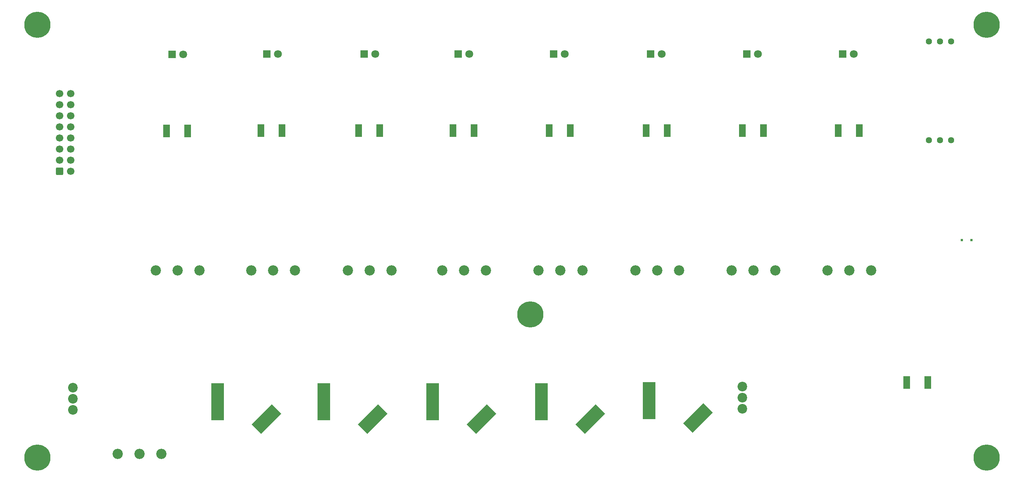
<source format=gbr>
%TF.GenerationSoftware,KiCad,Pcbnew,(6.0.0-0)*%
%TF.CreationDate,2022-11-09T21:30:40-05:00*%
%TF.ProjectId,SEQUENCER,53455155-454e-4434-9552-2e6b69636164,rev?*%
%TF.SameCoordinates,Original*%
%TF.FileFunction,Soldermask,Top*%
%TF.FilePolarity,Negative*%
%FSLAX46Y46*%
G04 Gerber Fmt 4.6, Leading zero omitted, Abs format (unit mm)*
G04 Created by KiCad (PCBNEW (6.0.0-0)) date 2022-11-09 21:30:40*
%MOMM*%
%LPD*%
G01*
G04 APERTURE LIST*
G04 Aperture macros list*
%AMRoundRect*
0 Rectangle with rounded corners*
0 $1 Rounding radius*
0 $2 $3 $4 $5 $6 $7 $8 $9 X,Y pos of 4 corners*
0 Add a 4 corners polygon primitive as box body*
4,1,4,$2,$3,$4,$5,$6,$7,$8,$9,$2,$3,0*
0 Add four circle primitives for the rounded corners*
1,1,$1+$1,$2,$3*
1,1,$1+$1,$4,$5*
1,1,$1+$1,$6,$7*
1,1,$1+$1,$8,$9*
0 Add four rect primitives between the rounded corners*
20,1,$1+$1,$2,$3,$4,$5,0*
20,1,$1+$1,$4,$5,$6,$7,0*
20,1,$1+$1,$6,$7,$8,$9,0*
20,1,$1+$1,$8,$9,$2,$3,0*%
%AMRotRect*
0 Rectangle, with rotation*
0 The origin of the aperture is its center*
0 $1 length*
0 $2 width*
0 $3 Rotation angle, in degrees counterclockwise*
0 Add horizontal line*
21,1,$1,$2,0,0,$3*%
G04 Aperture macros list end*
%ADD10C,0.800000*%
%ADD11C,6.000000*%
%ADD12R,1.500000X3.000000*%
%ADD13R,0.500000X0.500000*%
%ADD14R,1.800000X1.800000*%
%ADD15C,1.800000*%
%ADD16R,3.000000X8.500000*%
%ADD17RotRect,3.000000X6.500000X315.000000*%
%ADD18C,2.340000*%
%ADD19C,2.200000*%
%ADD20RoundRect,0.250000X-0.600000X-0.600000X0.600000X-0.600000X0.600000X0.600000X-0.600000X0.600000X0*%
%ADD21C,1.700000*%
%ADD22C,1.440000*%
G04 APERTURE END LIST*
D10*
%TO.C,REF\u002A\u002A*%
X215610000Y-136398000D03*
X214950990Y-134807010D03*
X213360000Y-134148000D03*
X214950990Y-137988990D03*
X213360000Y-138648000D03*
X211110000Y-136398000D03*
D11*
X213360000Y-136398000D03*
D10*
X211769010Y-134807010D03*
X211769010Y-137988990D03*
%TD*%
%TO.C,REF\u002A\u002A*%
X102834000Y-169164000D03*
X102174990Y-167573010D03*
X100584000Y-166914000D03*
X102174990Y-170754990D03*
X100584000Y-171414000D03*
X98334000Y-169164000D03*
D11*
X100584000Y-169164000D03*
D10*
X98993010Y-167573010D03*
X98993010Y-170754990D03*
%TD*%
%TO.C,REF\u002A\u002A*%
X102834000Y-70104000D03*
X102174990Y-68513010D03*
X100584000Y-67854000D03*
X102174990Y-71694990D03*
X100584000Y-72354000D03*
X98334000Y-70104000D03*
D11*
X100584000Y-70104000D03*
D10*
X98993010Y-68513010D03*
X98993010Y-71694990D03*
%TD*%
%TO.C,REF\u002A\u002A*%
X320004000Y-70104000D03*
X319344990Y-68513010D03*
X317754000Y-67854000D03*
X319344990Y-71694990D03*
X317754000Y-72354000D03*
X315504000Y-70104000D03*
D11*
X317754000Y-70104000D03*
D10*
X316163010Y-68513010D03*
X316163010Y-71694990D03*
%TD*%
D11*
%TO.C,REF\u002A\u002A*%
X317754000Y-169164000D03*
D10*
X320004000Y-169164000D03*
X319344990Y-170754990D03*
X317754000Y-171414000D03*
X316163010Y-170754990D03*
X315504000Y-169164000D03*
X316163010Y-167573010D03*
X317754000Y-166914000D03*
X319344990Y-167573010D03*
%TD*%
D12*
%TO.C,SW11*%
X304292000Y-152052500D03*
X299466000Y-152052500D03*
%TD*%
D13*
%TO.C,D29*%
X312082000Y-119380000D03*
X314282000Y-119380000D03*
%TD*%
D12*
%TO.C,SW7*%
X239830000Y-94327500D03*
X244656000Y-94327500D03*
%TD*%
D14*
%TO.C,D8*%
X218701000Y-76801500D03*
D15*
X221241000Y-76801500D03*
%TD*%
D14*
%TO.C,D4*%
X131350000Y-76905000D03*
D15*
X133890000Y-76905000D03*
%TD*%
D16*
%TO.C,J1*%
X141785666Y-156435000D03*
D17*
X152995666Y-160417000D03*
%TD*%
D16*
%TO.C,J2*%
X190971000Y-156435000D03*
D17*
X202181000Y-160417000D03*
%TD*%
D18*
%TO.C,RV1*%
X128952000Y-168396000D03*
X123952000Y-168396000D03*
X118952000Y-168396000D03*
%TD*%
D12*
%TO.C,SW3*%
X151692000Y-94327500D03*
X156518000Y-94327500D03*
%TD*%
%TO.C,SW4*%
X174032000Y-94327500D03*
X178858000Y-94327500D03*
%TD*%
D14*
%TO.C,D10*%
X262860000Y-76801500D03*
D15*
X265400000Y-76801500D03*
%TD*%
D18*
%TO.C,RV9*%
X291300000Y-126331500D03*
X286300000Y-126331500D03*
X281300000Y-126331500D03*
%TD*%
%TO.C,RV7*%
X247358000Y-126331500D03*
X242358000Y-126331500D03*
X237358000Y-126331500D03*
%TD*%
D16*
%TO.C,J6*%
X240500994Y-156181000D03*
D17*
X251710994Y-160163000D03*
%TD*%
D18*
%TO.C,RV6*%
X225230000Y-126331500D03*
X220230000Y-126331500D03*
X215230000Y-126331500D03*
%TD*%
D12*
%TO.C,SW2*%
X130090000Y-94421000D03*
X134916000Y-94421000D03*
%TD*%
D18*
%TO.C,RV8*%
X269384000Y-126331500D03*
X264384000Y-126331500D03*
X259384000Y-126331500D03*
%TD*%
D14*
%TO.C,D5*%
X153090143Y-76801500D03*
D15*
X155630143Y-76801500D03*
%TD*%
D18*
%TO.C,RV2*%
X137630000Y-126325500D03*
X132630000Y-126325500D03*
X127630000Y-126325500D03*
%TD*%
D14*
%TO.C,D7*%
X196802429Y-76801500D03*
D15*
X199342429Y-76801500D03*
%TD*%
D12*
%TO.C,SW8*%
X261844000Y-94327500D03*
X266670000Y-94327500D03*
%TD*%
D18*
%TO.C,RV4*%
X181572000Y-126331500D03*
X176572000Y-126331500D03*
X171572000Y-126331500D03*
%TD*%
D12*
%TO.C,SW5*%
X195622000Y-94327500D03*
X200448000Y-94327500D03*
%TD*%
D18*
%TO.C,RV3*%
X159486000Y-126331500D03*
X154486000Y-126331500D03*
X149486000Y-126331500D03*
%TD*%
D12*
%TO.C,SW9*%
X283772000Y-94327500D03*
X288598000Y-94327500D03*
%TD*%
D14*
%TO.C,D11*%
X284788000Y-76801500D03*
D15*
X287328000Y-76801500D03*
%TD*%
D16*
%TO.C,J3*%
X166079000Y-156435000D03*
D17*
X177289000Y-160417000D03*
%TD*%
D12*
%TO.C,SW6*%
X217690000Y-94327500D03*
X222516000Y-94327500D03*
%TD*%
D18*
%TO.C,RV5*%
X203162000Y-126331500D03*
X198162000Y-126331500D03*
X193162000Y-126331500D03*
%TD*%
D16*
%TO.C,J5*%
X215863000Y-156435000D03*
D17*
X227073000Y-160417000D03*
%TD*%
D14*
%TO.C,D9*%
X240846000Y-76801500D03*
D15*
X243386000Y-76801500D03*
%TD*%
D19*
%TO.C,SW1*%
X108712000Y-158242000D03*
X108712000Y-155702000D03*
X108712000Y-153162000D03*
%TD*%
D14*
%TO.C,D6*%
X175297000Y-76801500D03*
D15*
X177837000Y-76801500D03*
%TD*%
D19*
%TO.C,SW10*%
X261874000Y-152908000D03*
X261874000Y-155448000D03*
X261874000Y-157988000D03*
%TD*%
D20*
%TO.C,J4*%
X105664000Y-103632000D03*
D21*
X108204000Y-103632000D03*
X105664000Y-101092000D03*
X108204000Y-101092000D03*
X105664000Y-98552000D03*
X108204000Y-98552000D03*
X105664000Y-96012000D03*
X108204000Y-96012000D03*
X105664000Y-93472000D03*
X108204000Y-93472000D03*
X105664000Y-90932000D03*
X108204000Y-90932000D03*
X105664000Y-88392000D03*
X108204000Y-88392000D03*
X105664000Y-85852000D03*
X108204000Y-85852000D03*
%TD*%
D22*
%TO.C,RV10*%
X309626000Y-73914000D03*
X307086000Y-73914000D03*
X304546000Y-73914000D03*
%TD*%
%TO.C,RV11*%
X309636000Y-96520000D03*
X307096000Y-96520000D03*
X304556000Y-96520000D03*
%TD*%
M02*

</source>
